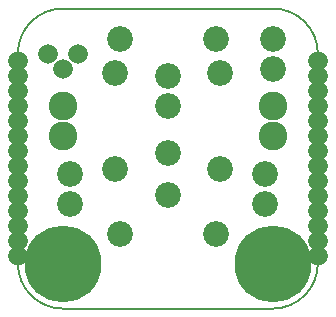
<source format=gbs>
G04 #@! TF.FileFunction,Soldermask,Bot*
%FSLAX46Y46*%
G04 Gerber Fmt 4.6, Leading zero omitted, Abs format (unit mm)*
G04 Created by KiCad (PCBNEW 4.0.1-3.201512221401+6198~38~ubuntu15.10.1-stable) date Sun Feb 28 18:25:08 2016*
%MOMM*%
G01*
G04 APERTURE LIST*
%ADD10C,0.050800*%
%ADD11C,0.150000*%
%ADD12C,2.432000*%
%ADD13C,6.496000*%
%ADD14C,2.178000*%
%ADD15C,1.670000*%
G04 APERTURE END LIST*
D10*
D11*
X3810000Y25400000D02*
G75*
G03X0Y21590000I0J-3810000D01*
G01*
X0Y3810000D02*
G75*
G03X3810000Y0I3810000J0D01*
G01*
X21590000Y0D02*
G75*
G03X25400000Y3810000I0J3810000D01*
G01*
X25400000Y21590000D02*
G75*
G03X21590000Y25400000I-3810000J0D01*
G01*
X0Y3810000D02*
X0Y21590000D01*
X21590000Y0D02*
X3810000Y0D01*
X25400000Y21590000D02*
X25400000Y3810000D01*
X3810000Y25400000D02*
X21590000Y25400000D01*
D12*
X3810000Y17145000D03*
X3810000Y14605000D03*
X21590000Y17145000D03*
X21590000Y14605000D03*
D13*
X21590000Y3810000D03*
X3810000Y3810000D03*
D14*
X8255000Y19939000D03*
X8255000Y11811000D03*
X8636000Y22860000D03*
X16764000Y22860000D03*
X17145000Y19939000D03*
X17145000Y11811000D03*
X16764000Y6350000D03*
X8636000Y6350000D03*
X4445000Y11430000D03*
X4445000Y8890000D03*
X20955000Y11430000D03*
X20955000Y8890000D03*
X21590000Y22860000D03*
X21590000Y20320000D03*
X12700000Y13208000D03*
X12700000Y9652000D03*
X12700000Y19685000D03*
X12700000Y17145000D03*
D15*
X3810000Y20320000D03*
X2540000Y21590000D03*
X5080000Y21590000D03*
X25400000Y20955000D03*
X0Y20955000D03*
X0Y19685000D03*
X0Y18415000D03*
X0Y17145000D03*
X0Y15875000D03*
X0Y14605000D03*
X0Y13335000D03*
X0Y12065000D03*
X0Y10795000D03*
X0Y9525000D03*
X0Y8255000D03*
X0Y6985000D03*
X0Y5715000D03*
X0Y4445000D03*
X25400000Y19685000D03*
X25400000Y18415000D03*
X25400000Y17145000D03*
X25400000Y15875000D03*
X25400000Y14605000D03*
X25400000Y13335000D03*
X25400000Y12065000D03*
X25400000Y10795000D03*
X25400000Y9525000D03*
X25400000Y8255000D03*
X25400000Y6985000D03*
X25400000Y5715000D03*
X25400000Y4445000D03*
M02*

</source>
